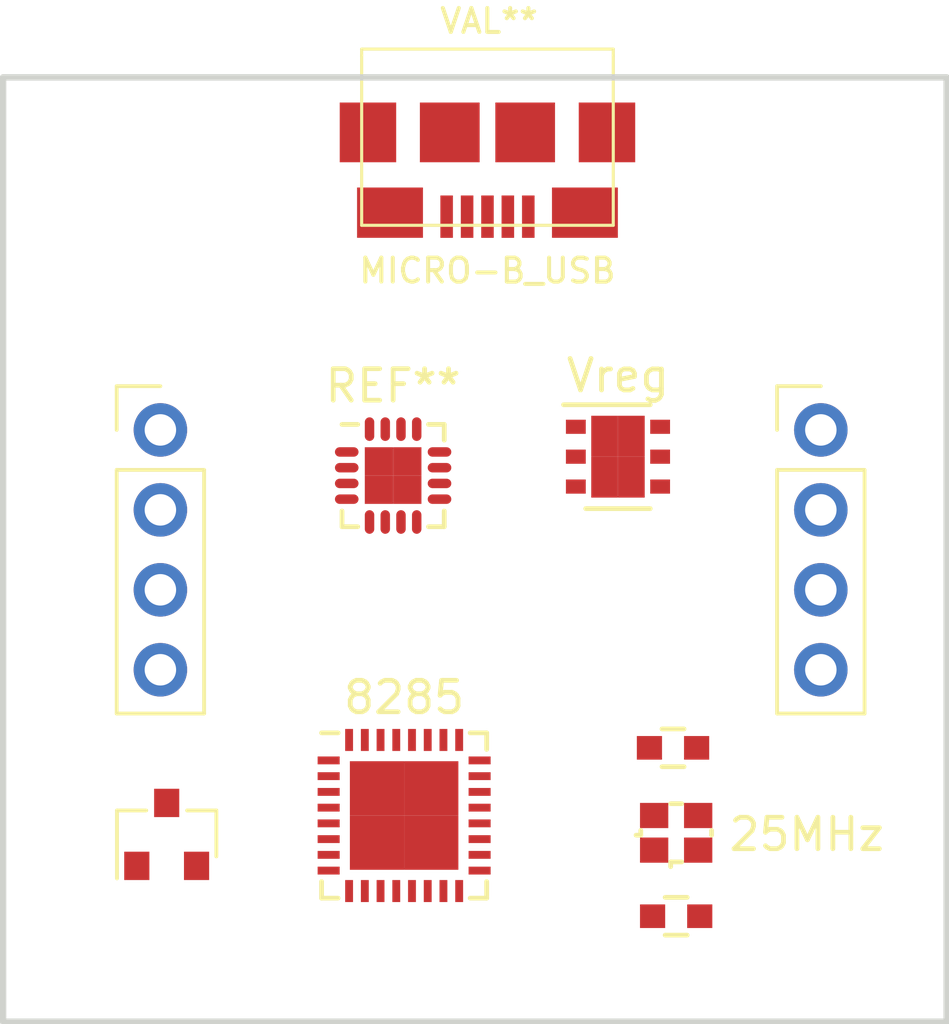
<source format=kicad_pcb>
(kicad_pcb (version 4) (host pcbnew 4.0.4+e1-6308~48~ubuntu16.04.1-stable)

  (general
    (links 0)
    (no_connects 0)
    (area 125.213713 34.45 159.914287 88.908287)
    (thickness 1.6)
    (drawings 4)
    (tracks 0)
    (zones 0)
    (modules 10)
    (nets 1)
  )

  (page A4)
  (layers
    (0 F.Cu signal)
    (31 B.Cu signal)
    (32 B.Adhes user)
    (33 F.Adhes user)
    (34 B.Paste user)
    (35 F.Paste user)
    (36 B.SilkS user)
    (37 F.SilkS user)
    (38 B.Mask user)
    (39 F.Mask user)
    (40 Dwgs.User user)
    (41 Cmts.User user)
    (42 Eco1.User user)
    (43 Eco2.User user)
    (44 Edge.Cuts user)
    (45 Margin user)
    (46 B.CrtYd user)
    (47 F.CrtYd user)
    (48 B.Fab user)
    (49 F.Fab user hide)
  )

  (setup
    (last_trace_width 0.25)
    (trace_clearance 0.2)
    (zone_clearance 0.508)
    (zone_45_only no)
    (trace_min 0.2)
    (segment_width 0.2)
    (edge_width 0.2)
    (via_size 0.6)
    (via_drill 0.4)
    (via_min_size 0.4)
    (via_min_drill 0.3)
    (uvia_size 0.3)
    (uvia_drill 0.1)
    (uvias_allowed no)
    (uvia_min_size 0.2)
    (uvia_min_drill 0.1)
    (pcb_text_width 0.3)
    (pcb_text_size 1.5 1.5)
    (mod_edge_width 0.15)
    (mod_text_size 1 1)
    (mod_text_width 0.15)
    (pad_size 1.7 1.7)
    (pad_drill 1)
    (pad_to_mask_clearance 0.2)
    (aux_axis_origin 0 0)
    (visible_elements FFFEFF7F)
    (pcbplotparams
      (layerselection 0x010f0_ffffffff)
      (usegerberextensions true)
      (excludeedgelayer true)
      (linewidth 0.100000)
      (plotframeref false)
      (viasonmask false)
      (mode 1)
      (useauxorigin false)
      (hpglpennumber 1)
      (hpglpenspeed 20)
      (hpglpendiameter 15)
      (hpglpenoverlay 2)
      (psnegative false)
      (psa4output false)
      (plotreference true)
      (plotvalue true)
      (plotinvisibletext false)
      (padsonsilk false)
      (subtractmaskfromsilk false)
      (outputformat 1)
      (mirror false)
      (drillshape 0)
      (scaleselection 1)
      (outputdirectory /home/donp/osh))
  )

  (net 0 "")

  (net_class Default "This is the default net class."
    (clearance 0.2)
    (trace_width 0.25)
    (via_dia 0.6)
    (via_drill 0.4)
    (uvia_dia 0.3)
    (uvia_drill 0.1)
  )

  (module Capacitors_SMD:C_0603 (layer F.Cu) (tedit 5869C26B) (tstamp 586C364C)
    (at 146.4 81.65)
    (descr "Capacitor SMD 0603, reflow soldering, AVX (see smccp.pdf)")
    (tags "capacitor 0603")
    (attr smd)
    (fp_text reference "" (at 0 -1.9) (layer F.SilkS)
      (effects (font (size 1 1) (thickness 0.15)))
    )
    (fp_text value C_0603 (at 0 1.9) (layer F.Fab)
      (effects (font (size 1 1) (thickness 0.15)))
    )
    (fp_line (start -0.8 0.4) (end -0.8 -0.4) (layer F.Fab) (width 0.15))
    (fp_line (start 0.8 0.4) (end -0.8 0.4) (layer F.Fab) (width 0.15))
    (fp_line (start 0.8 -0.4) (end 0.8 0.4) (layer F.Fab) (width 0.15))
    (fp_line (start -0.8 -0.4) (end 0.8 -0.4) (layer F.Fab) (width 0.15))
    (fp_line (start -1.45 -0.75) (end 1.45 -0.75) (layer F.CrtYd) (width 0.05))
    (fp_line (start -1.45 0.75) (end 1.45 0.75) (layer F.CrtYd) (width 0.05))
    (fp_line (start -1.45 -0.75) (end -1.45 0.75) (layer F.CrtYd) (width 0.05))
    (fp_line (start 1.45 -0.75) (end 1.45 0.75) (layer F.CrtYd) (width 0.05))
    (fp_line (start -0.35 -0.6) (end 0.35 -0.6) (layer F.SilkS) (width 0.15))
    (fp_line (start 0.35 0.6) (end -0.35 0.6) (layer F.SilkS) (width 0.15))
    (pad 1 smd rect (at -0.75 0) (size 0.8 0.75) (layers F.Cu F.Paste F.Mask))
    (pad 2 smd rect (at 0.75 0) (size 0.8 0.75) (layers F.Cu F.Paste F.Mask))
    (model Capacitors_SMD.3dshapes/C_0603.wrl
      (at (xyz 0 0 0))
      (scale (xyz 1 1 1))
      (rotate (xyz 0 0 0))
    )
  )

  (module Pin_Headers:Pin_Header_Straight_1x04_Pitch2.54mm (layer F.Cu) (tedit 5869C017) (tstamp 586A4A32)
    (at 130 66.2)
    (descr "Through hole straight pin header, 1x04, 2.54mm pitch, single row")
    (tags "Through hole pin header THT 1x04 2.54mm single row")
    (fp_text reference "" (at 0 -2.39) (layer F.SilkS)
      (effects (font (size 1 1) (thickness 0.15)))
    )
    (fp_text value Pin_Header_Straight_1x04_Pitch2.54mm (at 0 10.01) (layer F.Fab)
      (effects (font (size 1 1) (thickness 0.15)))
    )
    (fp_line (start -1.27 -1.27) (end -1.27 8.89) (layer F.Fab) (width 0.1))
    (fp_line (start -1.27 8.89) (end 1.27 8.89) (layer F.Fab) (width 0.1))
    (fp_line (start 1.27 8.89) (end 1.27 -1.27) (layer F.Fab) (width 0.1))
    (fp_line (start 1.27 -1.27) (end -1.27 -1.27) (layer F.Fab) (width 0.1))
    (fp_line (start -1.39 1.27) (end -1.39 9.01) (layer F.SilkS) (width 0.12))
    (fp_line (start -1.39 9.01) (end 1.39 9.01) (layer F.SilkS) (width 0.12))
    (fp_line (start 1.39 9.01) (end 1.39 1.27) (layer F.SilkS) (width 0.12))
    (fp_line (start 1.39 1.27) (end -1.39 1.27) (layer F.SilkS) (width 0.12))
    (fp_line (start -1.39 0) (end -1.39 -1.39) (layer F.SilkS) (width 0.12))
    (fp_line (start -1.39 -1.39) (end 0 -1.39) (layer F.SilkS) (width 0.12))
    (fp_line (start -1.6 -1.6) (end -1.6 9.2) (layer F.CrtYd) (width 0.05))
    (fp_line (start -1.6 9.2) (end 1.6 9.2) (layer F.CrtYd) (width 0.05))
    (fp_line (start 1.6 9.2) (end 1.6 -1.6) (layer F.CrtYd) (width 0.05))
    (fp_line (start 1.6 -1.6) (end -1.6 -1.6) (layer F.CrtYd) (width 0.05))
    (pad 1 thru_hole oval (at 0 0) (size 1.7 1.7) (drill 1) (layers *.Cu *.Mask))
    (pad 2 thru_hole oval (at 0 2.54) (size 1.7 1.7) (drill 1) (layers *.Cu *.Mask))
    (pad 3 thru_hole oval (at 0 5.08) (size 1.7 1.7) (drill 1) (layers *.Cu *.Mask))
    (pad 4 thru_hole oval (at 0 7.62) (size 1.7 1.7) (drill 1) (layers *.Cu *.Mask))
    (model Pin_Headers.3dshapes/Pin_Header_Straight_1x04_Pitch2.54mm.wrl
      (at (xyz 0 -0.15 0))
      (scale (xyz 1 1 1))
      (rotate (xyz 0 0 90))
    )
  )

  (module Pin_Headers:Pin_Header_Straight_1x04_Pitch2.54mm (layer F.Cu) (tedit 5869C023) (tstamp 586A4A1B)
    (at 151 66.2)
    (descr "Through hole straight pin header, 1x04, 2.54mm pitch, single row")
    (tags "Through hole pin header THT 1x04 2.54mm single row")
    (fp_text reference "" (at 0 -2.39) (layer F.SilkS)
      (effects (font (size 1 1) (thickness 0.15)))
    )
    (fp_text value Pin_Header_Straight_1x04_Pitch2.54mm (at 0 10.01) (layer F.Fab)
      (effects (font (size 1 1) (thickness 0.15)))
    )
    (fp_line (start -1.27 -1.27) (end -1.27 8.89) (layer F.Fab) (width 0.1))
    (fp_line (start -1.27 8.89) (end 1.27 8.89) (layer F.Fab) (width 0.1))
    (fp_line (start 1.27 8.89) (end 1.27 -1.27) (layer F.Fab) (width 0.1))
    (fp_line (start 1.27 -1.27) (end -1.27 -1.27) (layer F.Fab) (width 0.1))
    (fp_line (start -1.39 1.27) (end -1.39 9.01) (layer F.SilkS) (width 0.12))
    (fp_line (start -1.39 9.01) (end 1.39 9.01) (layer F.SilkS) (width 0.12))
    (fp_line (start 1.39 9.01) (end 1.39 1.27) (layer F.SilkS) (width 0.12))
    (fp_line (start 1.39 1.27) (end -1.39 1.27) (layer F.SilkS) (width 0.12))
    (fp_line (start -1.39 0) (end -1.39 -1.39) (layer F.SilkS) (width 0.12))
    (fp_line (start -1.39 -1.39) (end 0 -1.39) (layer F.SilkS) (width 0.12))
    (fp_line (start -1.6 -1.6) (end -1.6 9.2) (layer F.CrtYd) (width 0.05))
    (fp_line (start -1.6 9.2) (end 1.6 9.2) (layer F.CrtYd) (width 0.05))
    (fp_line (start 1.6 9.2) (end 1.6 -1.6) (layer F.CrtYd) (width 0.05))
    (fp_line (start 1.6 -1.6) (end -1.6 -1.6) (layer F.CrtYd) (width 0.05))
    (pad 1 thru_hole oval (at 0 0) (size 1.7 1.7) (drill 1) (layers *.Cu *.Mask))
    (pad 2 thru_hole oval (at 0 2.54) (size 1.7 1.7) (drill 1) (layers *.Cu *.Mask))
    (pad 3 thru_hole oval (at 0 5.08) (size 1.7 1.7) (drill 1) (layers *.Cu *.Mask))
    (pad 4 thru_hole oval (at 0 7.62) (size 1.7 1.7) (drill 1) (layers *.Cu *.Mask))
    (model Pin_Headers.3dshapes/Pin_Header_Straight_1x04_Pitch2.54mm.wrl
      (at (xyz 0 -0.15 0))
      (scale (xyz 1 1 1))
      (rotate (xyz 0 0 90))
    )
  )

  (module Housings_DFN_QFN:QFN-32-1EP_5x5mm_Pitch0.5mm (layer F.Cu) (tedit 5869C12E) (tstamp 586A90D0)
    (at 137.75 78.45)
    (descr "UH Package; 32-Lead Plastic QFN (5mm x 5mm); (see Linear Technology QFN_32_05-08-1693.pdf)")
    (tags "QFN 0.5")
    (attr smd)
    (fp_text reference 8285 (at 0 -3.75) (layer F.SilkS)
      (effects (font (size 1 1) (thickness 0.15)))
    )
    (fp_text value QFN-32-1EP_5x5mm_Pitch0.5mm (at 0 3.75) (layer F.Fab)
      (effects (font (size 1 1) (thickness 0.15)))
    )
    (fp_line (start -1.5 -2.5) (end 2.5 -2.5) (layer F.Fab) (width 0.15))
    (fp_line (start 2.5 -2.5) (end 2.5 2.5) (layer F.Fab) (width 0.15))
    (fp_line (start 2.5 2.5) (end -2.5 2.5) (layer F.Fab) (width 0.15))
    (fp_line (start -2.5 2.5) (end -2.5 -1.5) (layer F.Fab) (width 0.15))
    (fp_line (start -2.5 -1.5) (end -1.5 -2.5) (layer F.Fab) (width 0.15))
    (fp_line (start -3 -3) (end -3 3) (layer F.CrtYd) (width 0.05))
    (fp_line (start 3 -3) (end 3 3) (layer F.CrtYd) (width 0.05))
    (fp_line (start -3 -3) (end 3 -3) (layer F.CrtYd) (width 0.05))
    (fp_line (start -3 3) (end 3 3) (layer F.CrtYd) (width 0.05))
    (fp_line (start 2.625 -2.625) (end 2.625 -2.1) (layer F.SilkS) (width 0.15))
    (fp_line (start -2.625 2.625) (end -2.625 2.1) (layer F.SilkS) (width 0.15))
    (fp_line (start 2.625 2.625) (end 2.625 2.1) (layer F.SilkS) (width 0.15))
    (fp_line (start -2.625 -2.625) (end -2.1 -2.625) (layer F.SilkS) (width 0.15))
    (fp_line (start -2.625 2.625) (end -2.1 2.625) (layer F.SilkS) (width 0.15))
    (fp_line (start 2.625 2.625) (end 2.1 2.625) (layer F.SilkS) (width 0.15))
    (fp_line (start 2.625 -2.625) (end 2.1 -2.625) (layer F.SilkS) (width 0.15))
    (pad 1 smd rect (at -2.4 -1.75) (size 0.7 0.25) (layers F.Cu F.Paste F.Mask))
    (pad 2 smd rect (at -2.4 -1.25) (size 0.7 0.25) (layers F.Cu F.Paste F.Mask))
    (pad 3 smd rect (at -2.4 -0.75) (size 0.7 0.25) (layers F.Cu F.Paste F.Mask))
    (pad 4 smd rect (at -2.4 -0.25) (size 0.7 0.25) (layers F.Cu F.Paste F.Mask))
    (pad 5 smd rect (at -2.4 0.25) (size 0.7 0.25) (layers F.Cu F.Paste F.Mask))
    (pad 6 smd rect (at -2.4 0.75) (size 0.7 0.25) (layers F.Cu F.Paste F.Mask))
    (pad 7 smd rect (at -2.4 1.25) (size 0.7 0.25) (layers F.Cu F.Paste F.Mask))
    (pad 8 smd rect (at -2.4 1.75) (size 0.7 0.25) (layers F.Cu F.Paste F.Mask))
    (pad 9 smd rect (at -1.75 2.4 90) (size 0.7 0.25) (layers F.Cu F.Paste F.Mask))
    (pad 10 smd rect (at -1.25 2.4 90) (size 0.7 0.25) (layers F.Cu F.Paste F.Mask))
    (pad 11 smd rect (at -0.75 2.4 90) (size 0.7 0.25) (layers F.Cu F.Paste F.Mask))
    (pad 12 smd rect (at -0.25 2.4 90) (size 0.7 0.25) (layers F.Cu F.Paste F.Mask))
    (pad 13 smd rect (at 0.25 2.4 90) (size 0.7 0.25) (layers F.Cu F.Paste F.Mask))
    (pad 14 smd rect (at 0.75 2.4 90) (size 0.7 0.25) (layers F.Cu F.Paste F.Mask))
    (pad 15 smd rect (at 1.25 2.4 90) (size 0.7 0.25) (layers F.Cu F.Paste F.Mask))
    (pad 16 smd rect (at 1.75 2.4 90) (size 0.7 0.25) (layers F.Cu F.Paste F.Mask))
    (pad 17 smd rect (at 2.4 1.75) (size 0.7 0.25) (layers F.Cu F.Paste F.Mask))
    (pad 18 smd rect (at 2.4 1.25) (size 0.7 0.25) (layers F.Cu F.Paste F.Mask))
    (pad 19 smd rect (at 2.4 0.75) (size 0.7 0.25) (layers F.Cu F.Paste F.Mask))
    (pad 20 smd rect (at 2.4 0.25) (size 0.7 0.25) (layers F.Cu F.Paste F.Mask))
    (pad 21 smd rect (at 2.4 -0.25) (size 0.7 0.25) (layers F.Cu F.Paste F.Mask))
    (pad 22 smd rect (at 2.4 -0.75) (size 0.7 0.25) (layers F.Cu F.Paste F.Mask))
    (pad 23 smd rect (at 2.4 -1.25) (size 0.7 0.25) (layers F.Cu F.Paste F.Mask))
    (pad 24 smd rect (at 2.4 -1.75) (size 0.7 0.25) (layers F.Cu F.Paste F.Mask))
    (pad 25 smd rect (at 1.75 -2.4 90) (size 0.7 0.25) (layers F.Cu F.Paste F.Mask))
    (pad 26 smd rect (at 1.25 -2.4 90) (size 0.7 0.25) (layers F.Cu F.Paste F.Mask))
    (pad 27 smd rect (at 0.75 -2.4 90) (size 0.7 0.25) (layers F.Cu F.Paste F.Mask))
    (pad 28 smd rect (at 0.25 -2.4 90) (size 0.7 0.25) (layers F.Cu F.Paste F.Mask))
    (pad 29 smd rect (at -0.25 -2.4 90) (size 0.7 0.25) (layers F.Cu F.Paste F.Mask))
    (pad 30 smd rect (at -0.75 -2.4 90) (size 0.7 0.25) (layers F.Cu F.Paste F.Mask))
    (pad 31 smd rect (at -1.25 -2.4 90) (size 0.7 0.25) (layers F.Cu F.Paste F.Mask))
    (pad 32 smd rect (at -1.75 -2.4 90) (size 0.7 0.25) (layers F.Cu F.Paste F.Mask))
    (pad 33 smd rect (at 0.8625 0.8625) (size 1.725 1.725) (layers F.Cu F.Paste F.Mask)
      (solder_paste_margin_ratio -0.2))
    (pad 33 smd rect (at 0.8625 -0.8625) (size 1.725 1.725) (layers F.Cu F.Paste F.Mask)
      (solder_paste_margin_ratio -0.2))
    (pad 33 smd rect (at -0.8625 0.8625) (size 1.725 1.725) (layers F.Cu F.Paste F.Mask)
      (solder_paste_margin_ratio -0.2))
    (pad 33 smd rect (at -0.8625 -0.8625) (size 1.725 1.725) (layers F.Cu F.Paste F.Mask)
      (solder_paste_margin_ratio -0.2))
    (model Housings_DFN_QFN.3dshapes/QFN-32-1EP_5x5mm_Pitch0.5mm.wrl
      (at (xyz 0 0 0))
      (scale (xyz 1 1 1))
      (rotate (xyz 0 0 0))
    )
  )

  (module Crystals:Crystal_SMD_2016_4Pads (layer F.Cu) (tedit 5869C283) (tstamp 586AD6FF)
    (at 146.4 79)
    (descr "Ceramic SMD crystal, 2.0x1.6mm, 4 Pads, http://txccrystal.com/images/pdf/8y.pdf")
    (tags "crystal oscillator quartz SMD SMT 2016")
    (fp_text reference 25MHz (at 4.15 0.05) (layer F.SilkS)
      (effects (font (size 1 1) (thickness 0.15)))
    )
    (fp_text value Crystal_SMD_2016_4Pads (at 0 2.5) (layer F.Fab)
      (effects (font (size 1 1) (thickness 0.15)))
    )
    (fp_line (start 1.65 -1.45) (end 1.65 1.45) (layer F.CrtYd) (width 0.05))
    (fp_line (start 1.125 -0.075) (end 1.125 0.075) (layer F.SilkS) (width 0.15))
    (fp_line (start -0.175 -0.925) (end 0.175 -0.925) (layer F.SilkS) (width 0.15))
    (fp_line (start -0.175 0.925) (end -0.175 1.075) (layer F.SilkS) (width 0.15))
    (fp_line (start 0.175 0.925) (end -0.175 0.925) (layer F.SilkS) (width 0.15))
    (fp_line (start -1.125 0.075) (end -1.275 0.075) (layer F.SilkS) (width 0.15))
    (fp_line (start -1.125 -0.075) (end -1.125 0.075) (layer F.SilkS) (width 0.15))
    (fp_line (start -1 0.8) (end 1 0.8) (layer F.Fab) (width 0.05))
    (fp_line (start -1 -0.8) (end 1 -0.8) (layer F.Fab) (width 0.05))
    (fp_line (start -1 -0.8) (end -1 0.8) (layer F.Fab) (width 0.05))
    (fp_line (start 1 -0.8) (end 1 0.8) (layer F.Fab) (width 0.05))
    (fp_line (start -1.65 -1.45) (end -1.65 1.45) (layer F.CrtYd) (width 0.05))
    (fp_line (start -1.65 -1.45) (end 1.65 -1.45) (layer F.CrtYd) (width 0.05))
    (fp_line (start -1.65 1.45) (end 1.65 1.45) (layer F.CrtYd) (width 0.05))
    (pad 1 smd rect (at -0.7 0.55) (size 0.9 0.8) (layers F.Cu F.Paste F.Mask))
    (pad 2 smd rect (at 0.7 0.55) (size 0.9 0.8) (layers F.Cu F.Paste F.Mask))
    (pad 3 smd rect (at 0.7 -0.55) (size 0.9 0.8) (layers F.Cu F.Paste F.Mask))
    (pad 4 smd rect (at -0.7 -0.55) (size 0.9 0.8) (layers F.Cu F.Paste F.Mask))
  )

  (module open-project:MICRO-B_USB (layer F.Cu) (tedit 514E242F) (tstamp 586B1CE8)
    (at 140.4 55.3 180)
    (fp_text reference MICRO-B_USB (at 0 -5.842 180) (layer F.SilkS)
      (effects (font (size 0.762 0.762) (thickness 0.127)))
    )
    (fp_text value VAL** (at -0.05 2.09 180) (layer F.SilkS)
      (effects (font (size 0.762 0.762) (thickness 0.127)))
    )
    (fp_line (start -4.0005 1.00076) (end -4.0005 1.19888) (layer F.SilkS) (width 0.09906))
    (fp_line (start 4.0005 1.00076) (end 4.0005 1.19888) (layer F.SilkS) (width 0.09906))
    (fp_line (start -4.0005 -4.39928) (end 4.0005 -4.39928) (layer F.SilkS) (width 0.09906))
    (fp_line (start 4.0005 -4.39928) (end 4.0005 1.00076) (layer F.SilkS) (width 0.09906))
    (fp_line (start 4.0005 1.19888) (end -4.0005 1.19888) (layer F.SilkS) (width 0.09906))
    (fp_line (start -4.0005 1.00076) (end -4.0005 -4.39928) (layer F.SilkS) (width 0.09906))
    (pad "" smd rect (at -1.19888 -1.4478 180) (size 1.89738 1.89738) (layers F.Cu F.Paste F.Mask))
    (pad "" smd rect (at 1.19888 -1.4478 180) (size 1.89992 1.89738) (layers F.Cu F.Paste F.Mask))
    (pad "" smd rect (at 3.79984 -1.4478 180) (size 1.79578 1.89738) (layers F.Cu F.Paste F.Mask))
    (pad "" smd rect (at -3.0988 -3.99796 180) (size 2.0955 1.59766) (layers F.Cu F.Paste F.Mask))
    (pad 1 smd rect (at -1.29794 -4.12496 180) (size 0.39878 1.3462) (layers F.Cu F.Paste F.Mask)
      (clearance 0.2032))
    (pad 2 smd rect (at -0.6477 -4.12496 180) (size 0.39878 1.3462) (layers F.Cu F.Paste F.Mask)
      (clearance 0.2032))
    (pad 3 smd rect (at 0 -4.12496 180) (size 0.39878 1.3462) (layers F.Cu F.Paste F.Mask)
      (clearance 0.2032))
    (pad 4 smd rect (at 0.6477 -4.12496 180) (size 0.39878 1.3462) (layers F.Cu F.Paste F.Mask)
      (clearance 0.2032))
    (pad 5 smd rect (at 1.29794 -4.12496 180) (size 0.39878 1.3462) (layers F.Cu F.Paste F.Mask)
      (clearance 0.2032))
    (pad "" smd rect (at 3.0988 -3.99796 180) (size 2.0955 1.59766) (layers F.Cu F.Paste F.Mask))
    (pad "" smd rect (at -3.79984 -1.4478 180) (size 1.79578 1.89738) (layers F.Cu F.Paste F.Mask))
  )

  (module Housings_DFN_QFN:DFN-6-1EP_3x3mm_Pitch0.95mm (layer F.Cu) (tedit 5869C1A4) (tstamp 586B6360)
    (at 144.55 67.05)
    (descr "DFN6 3*3 MM, 0.95 PITCH; CASE 506AH-01 (see ON Semiconductor 506AH.PDF)")
    (tags "DFN 0.95")
    (attr smd)
    (fp_text reference Vreg (at 0 -2.575) (layer F.SilkS)
      (effects (font (size 1 1) (thickness 0.15)))
    )
    (fp_text value DFN-6-1EP_3x3mm_Pitch0.95mm (at 0 2.575) (layer F.Fab)
      (effects (font (size 1 1) (thickness 0.15)))
    )
    (fp_line (start -0.5 -1.5) (end 1.5 -1.5) (layer F.Fab) (width 0.15))
    (fp_line (start 1.5 -1.5) (end 1.5 1.5) (layer F.Fab) (width 0.15))
    (fp_line (start 1.5 1.5) (end -1.5 1.5) (layer F.Fab) (width 0.15))
    (fp_line (start -1.5 1.5) (end -1.5 -0.5) (layer F.Fab) (width 0.15))
    (fp_line (start -1.5 -0.5) (end -0.5 -1.5) (layer F.Fab) (width 0.15))
    (fp_line (start -1.9 -1.85) (end -1.9 1.85) (layer F.CrtYd) (width 0.05))
    (fp_line (start 1.9 -1.85) (end 1.9 1.85) (layer F.CrtYd) (width 0.05))
    (fp_line (start -1.9 -1.85) (end 1.9 -1.85) (layer F.CrtYd) (width 0.05))
    (fp_line (start -1.9 1.85) (end 1.9 1.85) (layer F.CrtYd) (width 0.05))
    (fp_line (start -1.025 1.65) (end 1.025 1.65) (layer F.SilkS) (width 0.15))
    (fp_line (start -1.73 -1.65) (end 1.025 -1.65) (layer F.SilkS) (width 0.15))
    (pad 1 smd rect (at -1.34 -0.95) (size 0.63 0.45) (layers F.Cu F.Paste F.Mask))
    (pad 2 smd rect (at -1.34 0) (size 0.63 0.45) (layers F.Cu F.Paste F.Mask))
    (pad 3 smd rect (at -1.34 0.95) (size 0.63 0.45) (layers F.Cu F.Paste F.Mask))
    (pad 4 smd rect (at 1.34 0.95) (size 0.63 0.45) (layers F.Cu F.Paste F.Mask))
    (pad 5 smd rect (at 1.34 0) (size 0.63 0.45) (layers F.Cu F.Paste F.Mask))
    (pad 6 smd rect (at 1.34 -0.95) (size 0.63 0.45) (layers F.Cu F.Paste F.Mask))
    (pad 7 smd rect (at 0.425 0.65) (size 0.85 1.3) (layers F.Cu F.Paste F.Mask)
      (solder_paste_margin_ratio -0.2))
    (pad 7 smd rect (at 0.425 -0.65) (size 0.85 1.3) (layers F.Cu F.Paste F.Mask)
      (solder_paste_margin_ratio -0.2))
    (pad 7 smd rect (at -0.425 0.65) (size 0.85 1.3) (layers F.Cu F.Paste F.Mask)
      (solder_paste_margin_ratio -0.2))
    (pad 7 smd rect (at -0.425 -0.65) (size 0.85 1.3) (layers F.Cu F.Paste F.Mask)
      (solder_paste_margin_ratio -0.2))
    (model Housings_DFN_QFN.3dshapes/DFN-6-1EP_3x3mm_Pitch0.95mm.wrl
      (at (xyz 0 0 0))
      (scale (xyz 1 1 1))
      (rotate (xyz 0 0 0))
    )
  )

  (module Housings_DFN_QFN:QFN-16-1EP_3x3mm_Pitch0.5mm (layer F.Cu) (tedit 54130A77) (tstamp 586BA9CF)
    (at 137.4 67.65)
    (descr "16-Lead Plastic Quad Flat, No Lead Package (NG) - 3x3x0.9 mm Body [QFN]; (see Microchip Packaging Specification 00000049BS.pdf)")
    (tags "QFN 0.5")
    (attr smd)
    (fp_text reference REF** (at 0 -2.85) (layer F.SilkS)
      (effects (font (size 1 1) (thickness 0.15)))
    )
    (fp_text value QFN-16-1EP_3x3mm_Pitch0.5mm (at 0 2.85) (layer F.Fab)
      (effects (font (size 1 1) (thickness 0.15)))
    )
    (fp_line (start -0.5 -1.5) (end 1.5 -1.5) (layer F.Fab) (width 0.15))
    (fp_line (start 1.5 -1.5) (end 1.5 1.5) (layer F.Fab) (width 0.15))
    (fp_line (start 1.5 1.5) (end -1.5 1.5) (layer F.Fab) (width 0.15))
    (fp_line (start -1.5 1.5) (end -1.5 -0.5) (layer F.Fab) (width 0.15))
    (fp_line (start -1.5 -0.5) (end -0.5 -1.5) (layer F.Fab) (width 0.15))
    (fp_line (start -2.1 -2.1) (end -2.1 2.1) (layer F.CrtYd) (width 0.05))
    (fp_line (start 2.1 -2.1) (end 2.1 2.1) (layer F.CrtYd) (width 0.05))
    (fp_line (start -2.1 -2.1) (end 2.1 -2.1) (layer F.CrtYd) (width 0.05))
    (fp_line (start -2.1 2.1) (end 2.1 2.1) (layer F.CrtYd) (width 0.05))
    (fp_line (start 1.625 -1.625) (end 1.625 -1.125) (layer F.SilkS) (width 0.15))
    (fp_line (start -1.625 1.625) (end -1.625 1.125) (layer F.SilkS) (width 0.15))
    (fp_line (start 1.625 1.625) (end 1.625 1.125) (layer F.SilkS) (width 0.15))
    (fp_line (start -1.625 -1.625) (end -1.125 -1.625) (layer F.SilkS) (width 0.15))
    (fp_line (start -1.625 1.625) (end -1.125 1.625) (layer F.SilkS) (width 0.15))
    (fp_line (start 1.625 1.625) (end 1.125 1.625) (layer F.SilkS) (width 0.15))
    (fp_line (start 1.625 -1.625) (end 1.125 -1.625) (layer F.SilkS) (width 0.15))
    (pad 1 smd oval (at -1.475 -0.75) (size 0.75 0.3) (layers F.Cu F.Paste F.Mask))
    (pad 2 smd oval (at -1.475 -0.25) (size 0.75 0.3) (layers F.Cu F.Paste F.Mask))
    (pad 3 smd oval (at -1.475 0.25) (size 0.75 0.3) (layers F.Cu F.Paste F.Mask))
    (pad 4 smd oval (at -1.475 0.75) (size 0.75 0.3) (layers F.Cu F.Paste F.Mask))
    (pad 5 smd oval (at -0.75 1.475 90) (size 0.75 0.3) (layers F.Cu F.Paste F.Mask))
    (pad 6 smd oval (at -0.25 1.475 90) (size 0.75 0.3) (layers F.Cu F.Paste F.Mask))
    (pad 7 smd oval (at 0.25 1.475 90) (size 0.75 0.3) (layers F.Cu F.Paste F.Mask))
    (pad 8 smd oval (at 0.75 1.475 90) (size 0.75 0.3) (layers F.Cu F.Paste F.Mask))
    (pad 9 smd oval (at 1.475 0.75) (size 0.75 0.3) (layers F.Cu F.Paste F.Mask))
    (pad 10 smd oval (at 1.475 0.25) (size 0.75 0.3) (layers F.Cu F.Paste F.Mask))
    (pad 11 smd oval (at 1.475 -0.25) (size 0.75 0.3) (layers F.Cu F.Paste F.Mask))
    (pad 12 smd oval (at 1.475 -0.75) (size 0.75 0.3) (layers F.Cu F.Paste F.Mask))
    (pad 13 smd oval (at 0.75 -1.475 90) (size 0.75 0.3) (layers F.Cu F.Paste F.Mask))
    (pad 14 smd oval (at 0.25 -1.475 90) (size 0.75 0.3) (layers F.Cu F.Paste F.Mask))
    (pad 15 smd oval (at -0.25 -1.475 90) (size 0.75 0.3) (layers F.Cu F.Paste F.Mask))
    (pad 16 smd oval (at -0.75 -1.475 90) (size 0.75 0.3) (layers F.Cu F.Paste F.Mask))
    (pad 17 smd rect (at 0.45 0.45) (size 0.9 0.9) (layers F.Cu F.Paste F.Mask)
      (solder_paste_margin_ratio -0.2))
    (pad 17 smd rect (at 0.45 -0.45) (size 0.9 0.9) (layers F.Cu F.Paste F.Mask)
      (solder_paste_margin_ratio -0.2))
    (pad 17 smd rect (at -0.45 0.45) (size 0.9 0.9) (layers F.Cu F.Paste F.Mask)
      (solder_paste_margin_ratio -0.2))
    (pad 17 smd rect (at -0.45 -0.45) (size 0.9 0.9) (layers F.Cu F.Paste F.Mask)
      (solder_paste_margin_ratio -0.2))
    (model Housings_DFN_QFN.3dshapes/QFN-16-1EP_3x3mm_Pitch0.5mm.wrl
      (at (xyz 0 0 0))
      (scale (xyz 1 1 1))
      (rotate (xyz 0 0 0))
    )
  )

  (module TO_SOT_Packages_SMD:SOT-23 (layer F.Cu) (tedit 5869C235) (tstamp 586BEFB6)
    (at 130.2 79.05 90)
    (descr "SOT-23, Standard")
    (tags SOT-23)
    (attr smd)
    (fp_text reference "" (at 0 -2.5 90) (layer F.SilkS)
      (effects (font (size 1 1) (thickness 0.15)))
    )
    (fp_text value SOT-23 (at 0 2.5 90) (layer F.Fab)
      (effects (font (size 1 1) (thickness 0.15)))
    )
    (fp_line (start 0.76 1.58) (end 0.76 0.65) (layer F.SilkS) (width 0.12))
    (fp_line (start 0.76 -1.58) (end 0.76 -0.65) (layer F.SilkS) (width 0.12))
    (fp_line (start 0.7 -1.52) (end 0.7 1.52) (layer F.Fab) (width 0.15))
    (fp_line (start -0.7 1.52) (end 0.7 1.52) (layer F.Fab) (width 0.15))
    (fp_line (start -1.7 -1.75) (end 1.7 -1.75) (layer F.CrtYd) (width 0.05))
    (fp_line (start 1.7 -1.75) (end 1.7 1.75) (layer F.CrtYd) (width 0.05))
    (fp_line (start 1.7 1.75) (end -1.7 1.75) (layer F.CrtYd) (width 0.05))
    (fp_line (start -1.7 1.75) (end -1.7 -1.75) (layer F.CrtYd) (width 0.05))
    (fp_line (start 0.76 -1.58) (end -1.4 -1.58) (layer F.SilkS) (width 0.12))
    (fp_line (start -0.7 -1.52) (end 0.7 -1.52) (layer F.Fab) (width 0.15))
    (fp_line (start -0.7 -1.52) (end -0.7 1.52) (layer F.Fab) (width 0.15))
    (fp_line (start 0.76 1.58) (end -0.7 1.58) (layer F.SilkS) (width 0.12))
    (pad 1 smd rect (at -1 -0.95 90) (size 0.9 0.8) (layers F.Cu F.Paste F.Mask))
    (pad 2 smd rect (at -1 0.95 90) (size 0.9 0.8) (layers F.Cu F.Paste F.Mask))
    (pad 3 smd rect (at 1 0 90) (size 0.9 0.8) (layers F.Cu F.Paste F.Mask))
    (model TO_SOT_Packages_SMD.3dshapes/SOT-23.wrl
      (at (xyz 0 0 0))
      (scale (xyz 1 1 1))
      (rotate (xyz 0 0 90))
    )
  )

  (module Capacitors_SMD:C_0603 (layer F.Cu) (tedit 5869C26B) (tstamp 586C35DA)
    (at 146.3 76.3)
    (descr "Capacitor SMD 0603, reflow soldering, AVX (see smccp.pdf)")
    (tags "capacitor 0603")
    (attr smd)
    (fp_text reference "" (at 0 -1.9) (layer F.SilkS)
      (effects (font (size 1 1) (thickness 0.15)))
    )
    (fp_text value C_0603 (at 0 1.9) (layer F.Fab)
      (effects (font (size 1 1) (thickness 0.15)))
    )
    (fp_line (start -0.8 0.4) (end -0.8 -0.4) (layer F.Fab) (width 0.15))
    (fp_line (start 0.8 0.4) (end -0.8 0.4) (layer F.Fab) (width 0.15))
    (fp_line (start 0.8 -0.4) (end 0.8 0.4) (layer F.Fab) (width 0.15))
    (fp_line (start -0.8 -0.4) (end 0.8 -0.4) (layer F.Fab) (width 0.15))
    (fp_line (start -1.45 -0.75) (end 1.45 -0.75) (layer F.CrtYd) (width 0.05))
    (fp_line (start -1.45 0.75) (end 1.45 0.75) (layer F.CrtYd) (width 0.05))
    (fp_line (start -1.45 -0.75) (end -1.45 0.75) (layer F.CrtYd) (width 0.05))
    (fp_line (start 1.45 -0.75) (end 1.45 0.75) (layer F.CrtYd) (width 0.05))
    (fp_line (start -0.35 -0.6) (end 0.35 -0.6) (layer F.SilkS) (width 0.15))
    (fp_line (start 0.35 0.6) (end -0.35 0.6) (layer F.SilkS) (width 0.15))
    (pad 1 smd rect (at -0.75 0) (size 0.8 0.75) (layers F.Cu F.Paste F.Mask))
    (pad 2 smd rect (at 0.75 0) (size 0.8 0.75) (layers F.Cu F.Paste F.Mask))
    (model Capacitors_SMD.3dshapes/C_0603.wrl
      (at (xyz 0 0 0))
      (scale (xyz 1 1 1))
      (rotate (xyz 0 0 0))
    )
  )

  (gr_line (start 155 55) (end 155 85) (angle 90) (layer Edge.Cuts) (width 0.2) (tstamp 5869BE58))
  (gr_line (start 125 55) (end 125 85) (angle 90) (layer Edge.Cuts) (width 0.2))
  (gr_line (start 125 85) (end 155 85) (angle 90) (layer Edge.Cuts) (width 0.2) (tstamp 5869BDB4))
  (gr_line (start 125 55) (end 155 55) (angle 90) (layer Edge.Cuts) (width 0.2))

)

</source>
